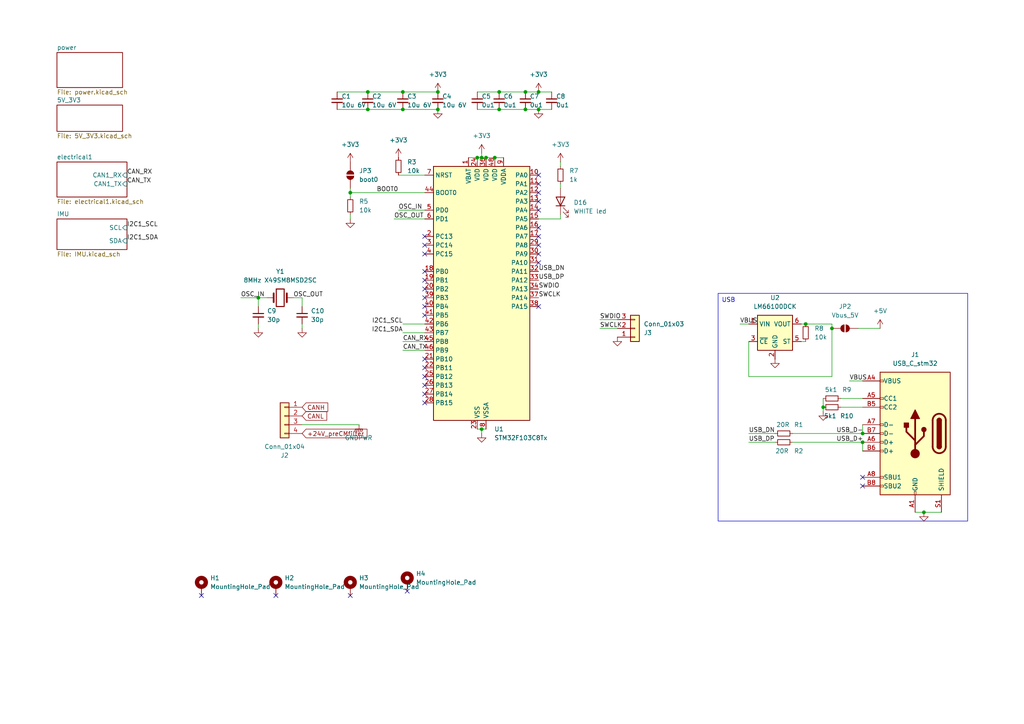
<source format=kicad_sch>
(kicad_sch (version 20231120) (generator "eeschema") (generator_version "8.0")
  (paper "A4")
  (title_block (title "EP6 IMU DIY") (date "2024-10-01") (rev "1.0") (company "NTURacing") (comment 1 "郭哲明") (comment 2 "Electrical group"))
  (lib_symbols
    (symbol "Connector:USB_C_Receptacle_USB2.0_16P" (pin_names (offset 1.016))
      (property "Reference" "J" (at 0 22.225 0))
      (property "Value" "USB_C_Receptacle_USB2.0_16P" (at 0 19.685 0))
      (symbol "USB_C_Receptacle_USB2.0_16P_0_0"
        (rectangle (start -0.254 -17.78) (end 0.254 -16.764))
        (rectangle (start 10.16 -14.986) (end 9.144 -15.494))
        (rectangle (start 10.16 -12.446) (end 9.144 -12.954))
        (rectangle (start 10.16 -4.826) (end 9.144 -5.334))
        (rectangle (start 10.16 -2.286) (end 9.144 -2.794))
        (rectangle (start 10.16 0.254) (end 9.144 -0.254))
        (rectangle (start 10.16 2.794) (end 9.144 2.286))
        (rectangle (start 10.16 7.874) (end 9.144 7.366))
        (rectangle (start 10.16 10.414) (end 9.144 9.906))
        (rectangle (start 10.16 15.494) (end 9.144 14.986))
      )
      (symbol "USB_C_Receptacle_USB2.0_16P_0_1"
        (rectangle (start -10.16 17.78) (end 10.16 -17.78) (stroke (width 0.254)) (fill (type background)))
        (arc (start -8.89 -3.81) (mid -6.985 -5.7067) (end -5.08 -3.81) (stroke (width 0.508)))
        (arc (start -7.62 -3.81) (mid -6.985 -4.4423) (end -6.35 -3.81) (stroke (width 0.254)))
        (arc (start -7.62 -3.81) (mid -6.985 -4.4423) (end -6.35 -3.81) (stroke (width 0.254)) (fill (type outline)))
        (rectangle (start -7.62 -3.81) (end -6.35 3.81) (stroke (width 0.254)) (fill (type outline)))
        (arc (start -6.35 3.81) (mid -6.985 4.4423) (end -7.62 3.81) (stroke (width 0.254)))
        (arc (start -6.35 3.81) (mid -6.985 4.4423) (end -7.62 3.81) (stroke (width 0.254)) (fill (type outline)))
        (arc (start -5.08 3.81) (mid -6.985 5.7067) (end -8.89 3.81) (stroke (width 0.508)))
        (circle (center -2.54 1.143) (radius 0.635) (stroke (width 0.254)) (fill (type outline)))
        (circle (center 0 -5.842) (radius 1.27) (fill (type outline)))
        (polyline (pts (xy -8.89 -3.81) (xy -8.89 3.81)) (stroke (width 0.508)))
        (polyline (pts (xy -5.08 3.81) (xy -5.08 -3.81)) (stroke (width 0.508)))
        (polyline (pts (xy 0 -5.842) (xy 0 4.318)) (stroke (width 0.508)))
        (polyline (pts (xy 0 -3.302) (xy -2.54 -0.762) (xy -2.54 0.508)) (stroke (width 0.508)))
        (polyline (pts (xy 0 -2.032) (xy 2.54 0.508) (xy 2.54 1.778)) (stroke (width 0.508)))
        (polyline (pts (xy -1.27 4.318) (xy 0 6.858) (xy 1.27 4.318) (xy -1.27 4.318)) (stroke (width 0.254)) (fill (type outline)))
        (rectangle (start 1.905 1.778) (end 3.175 3.048) (stroke (width 0.254)) (fill (type outline)))
      )
      (symbol "USB_C_Receptacle_USB2.0_16P_1_1"
        (pin passive line (at 0 -22.86 90) (length 5.08) (name "GND") (number "A1"))
        (pin passive line (at 0 -22.86 90) (length 5.08) hide (name "GND") (number "A12"))
        (pin passive line (at 15.24 15.24 180) (length 5.08) (name "VBUS") (number "A4"))
        (pin bidirectional line (at 15.24 10.16 180) (length 5.08) (name "CC1") (number "A5"))
        (pin bidirectional line (at 15.24 -2.54 180) (length 5.08) (name "D+") (number "A6"))
        (pin bidirectional line (at 15.24 2.54 180) (length 5.08) (name "D-") (number "A7"))
        (pin bidirectional line (at 15.24 -12.7 180) (length 5.08) (name "SBU1") (number "A8"))
        (pin passive line (at 15.24 15.24 180) (length 5.08) hide (name "VBUS") (number "A9"))
        (pin passive line (at 0 -22.86 90) (length 5.08) hide (name "GND") (number "B1"))
        (pin passive line (at 0 -22.86 90) (length 5.08) hide (name "GND") (number "B12"))
        (pin passive line (at 15.24 15.24 180) (length 5.08) hide (name "VBUS") (number "B4"))
        (pin bidirectional line (at 15.24 7.62 180) (length 5.08) (name "CC2") (number "B5"))
        (pin bidirectional line (at 15.24 -5.08 180) (length 5.08) (name "D+") (number "B6"))
        (pin bidirectional line (at 15.24 0 180) (length 5.08) (name "D-") (number "B7"))
        (pin bidirectional line (at 15.24 -15.24 180) (length 5.08) (name "SBU2") (number "B8"))
        (pin passive line (at 15.24 15.24 180) (length 5.08) hide (name "VBUS") (number "B9"))
        (pin passive line (at -7.62 -22.86 90) (length 5.08) (name "SHIELD") (number "S1"))
      )
    )
    (symbol "Connector_Generic:Conn_01x03" (pin_names (offset 1.016) hide)
      (property "Reference" "J" (at 0 5.08 0))
      (property "Value" "Conn_01x03" (at 0 -5.08 0))
      (symbol "Conn_01x03_1_1"
        (rectangle (start -1.27 -2.413) (end 0 -2.667) (stroke (width 0.1524)))
        (rectangle (start -1.27 0.127) (end 0 -0.127) (stroke (width 0.1524)))
        (rectangle (start -1.27 2.667) (end 0 2.413) (stroke (width 0.1524)))
        (rectangle (start -1.27 3.81) (end 1.27 -3.81) (stroke (width 0.254)) (fill (type background)))
        (pin passive line (at -5.08 2.54 0) (length 3.81) (name "Pin_1") (number "1"))
        (pin passive line (at -5.08 0 0) (length 3.81) (name "Pin_2") (number "2"))
        (pin passive line (at -5.08 -2.54 0) (length 3.81) (name "Pin_3") (number "3"))
      )
    )
    (symbol "Connector_Generic:Conn_01x04" (pin_names (offset 1.016) hide)
      (property "Reference" "J" (at 0 5.08 0))
      (property "Value" "Conn_01x04" (at 0 -7.62 0))
      (symbol "Conn_01x04_1_1"
        (rectangle (start -1.27 -4.953) (end 0 -5.207) (stroke (width 0.1524)))
        (rectangle (start -1.27 -2.413) (end 0 -2.667) (stroke (width 0.1524)))
        (rectangle (start -1.27 0.127) (end 0 -0.127) (stroke (width 0.1524)))
        (rectangle (start -1.27 2.667) (end 0 2.413) (stroke (width 0.1524)))
        (rectangle (start -1.27 3.81) (end 1.27 -6.35) (stroke (width 0.254)) (fill (type background)))
        (pin passive line (at -5.08 2.54 0) (length 3.81) (name "Pin_1") (number "1"))
        (pin passive line (at -5.08 0 0) (length 3.81) (name "Pin_2") (number "2"))
        (pin passive line (at -5.08 -2.54 0) (length 3.81) (name "Pin_3") (number "3"))
        (pin passive line (at -5.08 -5.08 0) (length 3.81) (name "Pin_4") (number "4"))
      )
    )
    (symbol "Device:C_Small" (pin_numbers hide) (pin_names (offset 0.254) hide)
      (property "Reference" "C" (at 0.254 1.778 0))
      (property "Value" "C_Small" (at 0.254 -2.032 0))
      (symbol "C_Small_0_1"
        (polyline (pts (xy -1.524 -0.508) (xy 1.524 -0.508)) (stroke (width 0.3302)))
        (polyline (pts (xy -1.524 0.508) (xy 1.524 0.508)) (stroke (width 0.3048)))
      )
      (symbol "C_Small_1_1"
        (pin passive line (at 0 2.54 270) (length 2.032) (name "~") (number "1"))
        (pin passive line (at 0 -2.54 90) (length 2.032) (name "~") (number "2"))
      )
    )
    (symbol "Device:Crystal" (pin_numbers hide) (pin_names (offset 1.016) hide)
      (property "Reference" "Y" (at 0 3.81 0))
      (property "Value" "Crystal" (at 0 -3.81 0))
      (symbol "Crystal_0_1"
        (rectangle (start -1.143 2.54) (end 1.143 -2.54) (stroke (width 0.3048)))
        (polyline (pts (xy -2.54 0) (xy -1.905 0)))
        (polyline (pts (xy -1.905 -1.27) (xy -1.905 1.27)) (stroke (width 0.508)))
        (polyline (pts (xy 1.905 -1.27) (xy 1.905 1.27)) (stroke (width 0.508)))
        (polyline (pts (xy 2.54 0) (xy 1.905 0)))
      )
      (symbol "Crystal_1_1"
        (pin passive line (at -3.81 0 0) (length 1.27) (name "1") (number "1"))
        (pin passive line (at 3.81 0 180) (length 1.27) (name "2") (number "2"))
      )
    )
    (symbol "Device:LED" (pin_numbers hide) (pin_names (offset 1.016) hide)
      (property "Reference" "D" (at 0 2.54 0))
      (property "Value" "LED" (at 0 -2.54 0))
      (symbol "LED_0_1"
        (polyline (pts (xy -1.27 -1.27) (xy -1.27 1.27)) (stroke (width 0.254)))
        (polyline (pts (xy -1.27 0) (xy 1.27 0)))
        (polyline (pts (xy 1.27 -1.27) (xy 1.27 1.27) (xy -1.27 0) (xy 1.27 -1.27)) (stroke (width 0.254)))
        (polyline (pts (xy -3.048 -0.762) (xy -4.572 -2.286) (xy -3.81 -2.286) (xy -4.572 -2.286) (xy -4.572 -1.524)))
        (polyline (pts (xy -1.778 -0.762) (xy -3.302 -2.286) (xy -2.54 -2.286) (xy -3.302 -2.286) (xy -3.302 -1.524)))
      )
      (symbol "LED_1_1"
        (pin passive line (at -3.81 0 0) (length 2.54) (name "K") (number "1"))
        (pin passive line (at 3.81 0 180) (length 2.54) (name "A") (number "2"))
      )
    )
    (symbol "Device:R_Small" (pin_numbers hide) (pin_names (offset 0.254) hide)
      (property "Reference" "R" (at 0.762 0.508 0))
      (property "Value" "R_Small" (at 0.762 -1.016 0))
      (symbol "R_Small_0_1"
        (rectangle (start -0.762 1.778) (end 0.762 -1.778) (stroke (width 0.2032)))
      )
      (symbol "R_Small_1_1"
        (pin passive line (at 0 2.54 270) (length 0.762) (name "~") (number "1"))
        (pin passive line (at 0 -2.54 90) (length 0.762) (name "~") (number "2"))
      )
    )
    (symbol "Jumper:SolderJumper_2_Open" (pin_numbers hide) (pin_names (offset 0) hide) (exclude_from_sim yes) (in_bom no)
      (property "Reference" "JP" (at 0 2.032 0))
      (property "Value" "SolderJumper_2_Open" (at 0 -2.54 0))
      (symbol "SolderJumper_2_Open_0_1"
        (arc (start -0.254 1.016) (mid -1.2656 0) (end -0.254 -1.016))
        (arc (start -0.254 1.016) (mid -1.2656 0) (end -0.254 -1.016) (fill (type outline)))
        (polyline (pts (xy -0.254 1.016) (xy -0.254 -1.016)))
        (polyline (pts (xy 0.254 1.016) (xy 0.254 -1.016)))
        (arc (start 0.254 -1.016) (mid 1.2656 0) (end 0.254 1.016))
        (arc (start 0.254 -1.016) (mid 1.2656 0) (end 0.254 1.016) (fill (type outline)))
      )
      (symbol "SolderJumper_2_Open_1_1"
        (pin passive line (at -3.81 0 0) (length 2.54) (name "A") (number "1"))
        (pin passive line (at 3.81 0 180) (length 2.54) (name "B") (number "2"))
      )
    )
    (symbol "MCU_ST_STM32F1:STM32F103C8Tx"
      (property "Reference" "U" (at -12.7 39.37 0))
      (property "Value" "STM32F103C8Tx" (at 10.16 39.37 0))
      (symbol "STM32F103C8Tx_0_1"
        (rectangle (start -12.7 -35.56) (end 15.24 38.1) (stroke (width 0.254)) (fill (type background)))
      )
      (symbol "STM32F103C8Tx_1_1"
        (pin power_in line (at -2.54 40.64 270) (length 2.54) (name "VBAT") (number "1"))
        (pin bidirectional line (at 17.78 35.56 180) (length 2.54) (name "PA0") (number "10"))
        (pin bidirectional line (at 17.78 33.02 180) (length 2.54) (name "PA1") (number "11"))
        (pin bidirectional line (at 17.78 30.48 180) (length 2.54) (name "PA2") (number "12"))
        (pin bidirectional line (at 17.78 27.94 180) (length 2.54) (name "PA3") (number "13"))
        (pin bidirectional line (at 17.78 25.4 180) (length 2.54) (name "PA4") (number "14"))
        (pin bidirectional line (at 17.78 22.86 180) (length 2.54) (name "PA5") (number "15"))
        (pin bidirectional line (at 17.78 20.32 180) (length 2.54) (name "PA6") (number "16"))
        (pin bidirectional line (at 17.78 17.78 180) (length 2.54) (name "PA7") (number "17"))
        (pin bidirectional line (at -15.24 7.62 0) (length 2.54) (name "PB0") (number "18"))
        (pin bidirectional line (at -15.24 5.08 0) (length 2.54) (name "PB1") (number "19"))
        (pin bidirectional line (at -15.24 17.78 0) (length 2.54) (name "PC13") (number "2"))
        (pin bidirectional line (at -15.24 2.54 0) (length 2.54) (name "PB2") (number "20"))
        (pin bidirectional line (at -15.24 -17.78 0) (length 2.54) (name "PB10") (number "21"))
        (pin bidirectional line (at -15.24 -20.32 0) (length 2.54) (name "PB11") (number "22"))
        (pin power_in line (at 0 -38.1 90) (length 2.54) (name "VSS") (number "23"))
        (pin power_in line (at 0 40.64 270) (length 2.54) (name "VDD") (number "24"))
        (pin bidirectional line (at -15.24 -22.86 0) (length 2.54) (name "PB12") (number "25"))
        (pin bidirectional line (at -15.24 -25.4 0) (length 2.54) (name "PB13") (number "26"))
        (pin bidirectional line (at -15.24 -27.94 0) (length 2.54) (name "PB14") (number "27"))
        (pin bidirectional line (at -15.24 -30.48 0) (length 2.54) (name "PB15") (number "28"))
        (pin bidirectional line (at 17.78 15.24 180) (length 2.54) (name "PA8") (number "29"))
        (pin bidirectional line (at -15.24 15.24 0) (length 2.54) (name "PC14") (number "3"))
        (pin bidirectional line (at 17.78 12.7 180) (length 2.54) (name "PA9") (number "30"))
        (pin bidirectional line (at 17.78 10.16 180) (length 2.54) (name "PA10") (number "31"))
        (pin bidirectional line (at 17.78 7.62 180) (length 2.54) (name "PA11") (number "32"))
        (pin bidirectional line (at 17.78 5.08 180) (length 2.54) (name "PA12") (number "33"))
        (pin bidirectional line (at 17.78 2.54 180) (length 2.54) (name "PA13") (number "34"))
        (pin passive line (at 0 -38.1 90) (length 2.54) hide (name "VSS") (number "35"))
        (pin power_in line (at 2.54 40.64 270) (length 2.54) (name "VDD") (number "36"))
        (pin bidirectional line (at 17.78 0 180) (length 2.54) (name "PA14") (number "37"))
        (pin bidirectional line (at 17.78 -2.54 180) (length 2.54) (name "PA15") (number "38"))
        (pin bidirectional line (at -15.24 0 0) (length 2.54) (name "PB3") (number "39"))
        (pin bidirectional line (at -15.24 12.7 0) (length 2.54) (name "PC15") (number "4"))
        (pin bidirectional line (at -15.24 -2.54 0) (length 2.54) (name "PB4") (number "40"))
        (pin bidirectional line (at -15.24 -5.08 0) (length 2.54) (name "PB5") (number "41"))
        (pin bidirectional line (at -15.24 -7.62 0) (length 2.54) (name "PB6") (number "42"))
        (pin bidirectional line (at -15.24 -10.16 0) (length 2.54) (name "PB7") (number "43"))
        (pin input line (at -15.24 30.48 0) (length 2.54) (name "BOOT0") (number "44"))
        (pin bidirectional line (at -15.24 -12.7 0) (length 2.54) (name "PB8") (number "45"))
        (pin bidirectional line (at -15.24 -15.24 0) (length 2.54) (name "PB9") (number "46"))
        (pin passive line (at 0 -38.1 90) (length 2.54) hide (name "VSS") (number "47"))
        (pin power_in line (at 5.08 40.64 270) (length 2.54) (name "VDD") (number "48"))
        (pin bidirectional line (at -15.24 25.4 0) (length 2.54) (name "PD0") (number "5"))
        (pin bidirectional line (at -15.24 22.86 0) (length 2.54) (name "PD1") (number "6"))
        (pin input line (at -15.24 35.56 0) (length 2.54) (name "NRST") (number "7"))
        (pin power_in line (at 2.54 -38.1 90) (length 2.54) (name "VSSA") (number "8"))
        (pin power_in line (at 7.62 40.64 270) (length 2.54) (name "VDDA") (number "9"))
      )
    )
    (symbol "Mechanical:MountingHole_Pad" (pin_numbers hide) (pin_names (offset 1.016) hide) (exclude_from_sim yes) (in_bom no)
      (property "Reference" "H" (at 0 6.35 0))
      (property "Value" "MountingHole_Pad" (at 0 4.445 0))
      (symbol "MountingHole_Pad_0_1"
        (circle (center 0 1.27) (radius 1.27) (stroke (width 1.27)))
      )
      (symbol "MountingHole_Pad_1_1"
        (pin input line (at 0 -2.54 90) (length 2.54) (name "1") (number "1"))
      )
    )
    (symbol "Power_Management:LM66100DCK"
      (property "Reference" "U" (at -5.08 6.096 0))
      (property "Value" "LM66100DCK" (at 0.254 -6.35 0))
      (symbol "LM66100DCK_0_1"
        (rectangle (start -5.08 5.08) (end 5.08 -5.08) (stroke (width 0.254)) (fill (type background)))
      )
      (symbol "LM66100DCK_1_1"
        (pin power_in line (at -7.62 2.54 0) (length 2.54) (name "VIN") (number "1"))
        (pin power_in line (at 0 -7.62 90) (length 2.54) (name "GND") (number "2"))
        (pin input line (at -7.62 -2.54 0) (length 2.54) (name "~{CE}") (number "3"))
        (pin no_connect line (at 0 5.08 270) (length 2.54) hide (name "NC") (number "4"))
        (pin open_collector line (at 7.62 -2.54 180) (length 2.54) (name "ST") (number "5"))
        (pin power_out line (at 7.62 2.54 180) (length 2.54) (name "VOUT") (number "6"))
      )
    )
    (symbol "power:+3V3" (power) (pin_numbers hide) (pin_names (offset 0) hide)
      (property "Value" "+3V3" (at 0 3.556 0))
      (symbol "+3V3_0_1"
        (polyline (pts (xy -0.762 1.27) (xy 0 2.54)))
        (polyline (pts (xy 0 0) (xy 0 2.54)))
        (polyline (pts (xy 0 2.54) (xy 0.762 1.27)))
      )
      (symbol "+3V3_1_1"
        (pin power_in line (at 0 0 90) (length 0) (name "~") (number "1"))
      )
    )
    (symbol "power:+5V" (power) (pin_numbers hide) (pin_names (offset 0) hide)
      (property "Value" "+5V" (at 0 3.556 0))
      (symbol "+5V_0_1"
        (polyline (pts (xy -0.762 1.27) (xy 0 2.54)))
        (polyline (pts (xy 0 0) (xy 0 2.54)))
        (polyline (pts (xy 0 2.54) (xy 0.762 1.27)))
      )
      (symbol "+5V_1_1"
        (pin power_in line (at 0 0 90) (length 0) (name "~") (number "1"))
      )
    )
    (symbol "power:GND" (power) (pin_numbers hide) (pin_names (offset 0) hide)
      (property "Value" "GND" (at 0 -3.81 0))
      (symbol "GND_0_1"
        (polyline (pts (xy 0 0) (xy 0 -1.27) (xy 1.27 -1.27) (xy 0 -2.54) (xy -1.27 -1.27) (xy 0 -1.27)))
      )
      (symbol "GND_1_1"
        (pin power_in line (at 0 0 270) (length 0) (name "~") (number "1"))
      )
    )
    (symbol "power:GNDPWR" (power) (pin_numbers hide) (pin_names (offset 0) hide)
      (property "Value" "GNDPWR" (at 0 -3.302 0))
      (symbol "GNDPWR_0_1"
        (polyline (pts (xy 0 -1.27) (xy 0 0)))
        (polyline (pts (xy -1.016 -1.27) (xy -1.27 -2.032) (xy -1.27 -2.032)) (stroke (width 0.2032)))
        (polyline (pts (xy -0.508 -1.27) (xy -0.762 -2.032) (xy -0.762 -2.032)) (stroke (width 0.2032)))
        (polyline (pts (xy 0 -1.27) (xy -0.254 -2.032) (xy -0.254 -2.032)) (stroke (width 0.2032)))
        (polyline (pts (xy 0.508 -1.27) (xy 0.254 -2.032) (xy 0.254 -2.032)) (stroke (width 0.2032)))
        (polyline (pts (xy 1.016 -1.27) (xy -1.016 -1.27) (xy -1.016 -1.27)) (stroke (width 0.2032)))
        (polyline (pts (xy 1.016 -1.27) (xy 0.762 -2.032) (xy 0.762 -2.032) (xy 0.762 -2.032)) (stroke (width 0.2032)))
      )
      (symbol "GNDPWR_1_1"
        (pin power_in line (at 0 0 270) (length 0) (name "~") (number "1"))
      )
    )
  )
  (junction (at 250.19 128.27))
  (junction (at 241.3 95.25))
  (junction (at 250.19 125.73))
  (junction (at 101.6 55.88))
  (junction (at 138.43 45.72))
  (junction (at 156.21 26.67))
  (junction (at 116.84 31.75))
  (junction (at 156.21 31.75))
  (junction (at 144.78 26.67))
  (junction (at 74.93 86.36))
  (junction (at 127 31.75))
  (junction (at 233.68 93.98))
  (junction (at 127 26.67))
  (junction (at 143.51 45.72))
  (junction (at 140.97 45.72))
  (junction (at 144.78 31.75))
  (junction (at 106.68 26.67))
  (junction (at 238.76 118.11))
  (junction (at 106.68 31.75))
  (junction (at 139.7 124.46))
  (junction (at 152.4 31.75))
  (junction (at 267.97 148.59))
  (junction (at 139.7 45.72))
  (junction (at 152.4 26.67))
  (junction (at 116.84 26.67))
  (no_connect (at 123.19 104.14))
  (no_connect (at 123.19 81.28))
  (no_connect (at 80.01 172.72))
  (no_connect (at 123.19 91.44))
  (no_connect (at 123.19 88.9))
  (no_connect (at 156.21 73.66))
  (no_connect (at 123.19 78.74))
  (no_connect (at 156.21 88.9))
  (no_connect (at 123.19 116.84))
  (no_connect (at 58.42 172.72))
  (no_connect (at 118.11 171.45))
  (no_connect (at 123.19 106.68))
  (no_connect (at 123.19 114.3))
  (no_connect (at 101.6 172.72))
  (no_connect (at 250.19 138.43))
  (no_connect (at 156.21 55.88))
  (no_connect (at 156.21 66.04))
  (no_connect (at 250.19 140.97))
  (no_connect (at 156.21 76.2))
  (no_connect (at 156.21 50.8))
  (no_connect (at 156.21 58.42))
  (no_connect (at 123.19 73.66))
  (no_connect (at 156.21 60.96))
  (no_connect (at 156.21 68.58))
  (no_connect (at 123.19 109.22))
  (no_connect (at 123.19 83.82))
  (no_connect (at 123.19 86.36))
  (no_connect (at 156.21 71.12))
  (no_connect (at 123.19 71.12))
  (no_connect (at 156.21 53.34))
  (no_connect (at 123.19 111.76))
  (no_connect (at 123.19 68.58))
  (wire (pts (xy 101.6 54.61) (xy 101.6 55.88)))
  (wire (pts (xy 115.57 50.8) (xy 123.19 50.8)))
  (wire (pts (xy 156.21 26.67) (xy 160.02 26.67)))
  (wire (pts (xy 217.17 99.06) (xy 217.17 109.22)))
  (wire (pts (xy 139.7 124.46) (xy 139.7 125.73)))
  (wire (pts (xy 116.84 31.75) (xy 127 31.75)))
  (wire (pts (xy 140.97 45.72) (xy 143.51 45.72)))
  (wire (pts (xy 87.63 88.9) (xy 87.63 86.36)))
  (wire (pts (xy 267.97 148.59) (xy 265.43 148.59)))
  (wire (pts (xy 139.7 44.45) (xy 139.7 45.72)))
  (wire (pts (xy 214.63 93.98) (xy 217.17 93.98)))
  (wire (pts (xy 143.51 45.72) (xy 146.05 45.72)))
  (wire (pts (xy 250.19 123.19) (xy 250.19 125.73)))
  (wire (pts (xy 106.68 31.75) (xy 116.84 31.75)))
  (wire (pts (xy 138.43 31.75) (xy 144.78 31.75)))
  (wire (pts (xy 85.09 86.36) (xy 87.63 86.36)))
  (wire (pts (xy 156.21 31.75) (xy 160.02 31.75)))
  (wire (pts (xy 267.97 148.59) (xy 273.05 148.59)))
  (wire (pts (xy 69.85 86.36) (xy 74.93 86.36)))
  (wire (pts (xy 116.84 101.6) (xy 123.19 101.6)))
  (wire (pts (xy 152.4 31.75) (xy 156.21 31.75)))
  (wire (pts (xy 116.84 99.06) (xy 123.19 99.06)))
  (wire (pts (xy 173.99 95.25) (xy 179.07 95.25)))
  (wire (pts (xy 115.57 60.96) (xy 123.19 60.96)))
  (wire (pts (xy 229.87 128.27) (xy 250.19 128.27)))
  (wire (pts (xy 156.21 63.5) (xy 162.56 63.5)))
  (wire (pts (xy 138.43 45.72) (xy 135.89 45.72)))
  (wire (pts (xy 217.17 109.22) (xy 241.3 109.22)))
  (wire (pts (xy 233.68 93.98) (xy 241.3 93.98)))
  (wire (pts (xy 144.78 31.75) (xy 152.4 31.75)))
  (wire (pts (xy 241.3 93.98) (xy 241.3 95.25)))
  (wire (pts (xy 217.17 128.27) (xy 224.79 128.27)))
  (wire (pts (xy 106.68 26.67) (xy 116.84 26.67)))
  (wire (pts (xy 246.38 110.49) (xy 250.19 110.49)))
  (wire (pts (xy 97.79 26.67) (xy 106.68 26.67)))
  (wire (pts (xy 74.93 93.98) (xy 74.93 95.25)))
  (wire (pts (xy 232.41 99.06) (xy 233.68 99.06)))
  (wire (pts (xy 250.19 128.27) (xy 250.19 130.81)))
  (wire (pts (xy 139.7 124.46) (xy 138.43 124.46)))
  (wire (pts (xy 104.14 123.19) (xy 87.63 123.19)))
  (wire (pts (xy 114.3 63.5) (xy 123.19 63.5)))
  (wire (pts (xy 138.43 26.67) (xy 144.78 26.67)))
  (wire (pts (xy 116.84 26.67) (xy 127 26.67)))
  (wire (pts (xy 243.84 118.11) (xy 250.19 118.11)))
  (wire (pts (xy 162.56 53.34) (xy 162.56 54.61)))
  (wire (pts (xy 144.78 26.67) (xy 152.4 26.67)))
  (wire (pts (xy 255.27 95.25) (xy 248.92 95.25)))
  (wire (pts (xy 241.3 95.25) (xy 241.3 109.22)))
  (wire (pts (xy 74.93 86.36) (xy 74.93 88.9)))
  (wire (pts (xy 152.4 26.67) (xy 156.21 26.67)))
  (wire (pts (xy 217.17 125.73) (xy 224.79 125.73)))
  (wire (pts (xy 229.87 125.73) (xy 250.19 125.73)))
  (wire (pts (xy 238.76 115.57) (xy 238.76 118.11)))
  (wire (pts (xy 139.7 45.72) (xy 140.97 45.72)))
  (wire (pts (xy 139.7 124.46) (xy 140.97 124.46)))
  (wire (pts (xy 101.6 63.5) (xy 101.6 62.23)))
  (wire (pts (xy 243.84 115.57) (xy 250.19 115.57)))
  (wire (pts (xy 238.76 118.11) (xy 238.76 119.38)))
  (wire (pts (xy 232.41 93.98) (xy 233.68 93.98)))
  (wire (pts (xy 162.56 48.26) (xy 162.56 46.99)))
  (wire (pts (xy 101.6 55.88) (xy 123.19 55.88)))
  (wire (pts (xy 162.56 63.5) (xy 162.56 62.23)))
  (wire (pts (xy 97.79 31.75) (xy 106.68 31.75)))
  (wire (pts (xy 139.7 45.72) (xy 138.43 45.72)))
  (wire (pts (xy 173.99 92.71) (xy 179.07 92.71)))
  (wire (pts (xy 116.84 96.52) (xy 123.19 96.52)))
  (wire (pts (xy 101.6 57.15) (xy 101.6 55.88)))
  (wire (pts (xy 87.63 93.98) (xy 87.63 95.25)))
  (wire (pts (xy 116.84 93.98) (xy 123.19 93.98)))
  (wire (pts (xy 74.93 86.36) (xy 77.47 86.36)))
  (rectangle (start 208.28 85.09) (end 280.67 151.13))
  (text "USB" (at 209.296 87.884 0) (effects (font (size 1.27 1.27)) (justify left bottom)))
  (text "CAT (M12) &&&###\npedal:\ncurrent*2\nmicro*1\nsteering: \ncurrent*1\n\nM8 4P &&&###\noilp 2p * 2\n\nUSB2*2 &&&###\nsuspension plan A\ncurrent*2 * 2\n\nUSB2\nsuspension plan b\nUART(RPI) + power\n\nUSB2 &&&###\nCAN1 + 24V pwr\n\n2p\nbrakelight\n\nUSB2 &&&###\nIMU\nCAN2 + 24V pwr\n\n12p dashboard buttons\ndashboard buttons \n5buttons\n1led\n\n===========\n\n18p (IDC)\ndashboard display:\nspi for LCD 5p\nspi for 7 seg 4p \npwr 2p" (at -24.892 158.242 0) (effects (font (size 1.27 1.27)) (justify left)))
  (label "SWDIO" (at 173.99 92.71 0))
  (label "USB_DP" (at 156.21 81.28 0))
  (label "USB_D+" (at 242.57 128.27 0))
  (label "USB_D-" (at 242.57 125.73 0))
  (label "OSC_IN" (at 115.57 60.96 0))
  (label "USB_DP" (at 217.17 128.27 0))
  (label "OSC_IN" (at 69.85 86.36 0))
  (label "CAN_TX" (at 36.83 53.34 0))
  (label "USB_DN" (at 217.17 125.73 0))
  (label "CAN_RX" (at 36.83 50.8 0))
  (label "I2C1_SCL" (at 116.84 93.98 180))
  (label "SWCLK" (at 173.99 95.25 0))
  (label "I2C1_SDA" (at 116.84 96.52 180))
  (label "VBUS" (at 246.38 110.49 0))
  (label "VBUS" (at 214.63 93.98 0))
  (label "I2C1_SDA" (at 36.83 69.85 0))
  (label "OSC_OUT" (at 114.3 63.5 0))
  (label "OSC_OUT" (at 85.09 86.36 0))
  (label "SWDIO" (at 156.21 83.82 0))
  (label "BOOT0" (at 109.22 55.88 0))
  (label "SWCLK" (at 156.21 86.36 0))
  (label "CAN_RX" (at 116.84 99.06 0))
  (label "I2C1_SCL" (at 36.83 66.04 0))
  (label "USB_DN" (at 156.21 78.74 0))
  (label "CAN_TX" (at 116.84 101.6 0))
  (global_label "CANH" (shape input) (at 87.63 118.11 0) (property "Intersheetrefs" "${INTERSHEET_REFS}" (effects (hide yes))))
  (global_label "+24V_preCMfilter" (shape input) (at 87.63 125.73 0) (property "Intersheetrefs" "${INTERSHEET_REFS}" (effects (hide yes))))
  (global_label "CANL" (shape input) (at 87.63 120.65 0) (property "Intersheetrefs" "${INTERSHEET_REFS}" (effects (hide yes))))
  (symbol (lib_id "Device:C_Small") (at 144.78 29.21 0) (unit 1)
    (property "Reference" "C6" (at 146.05 27.94 0) (effects (justify left)))
    (property "Value" "0u1" (at 146.05 30.48 0) (effects (justify left)))
    (property "Footprint" "Capacitor_SMD:C_0402_1005Metric" (effects (hide yes)))
    (property "Description" "Unpolarized capacitor, small symbol" (effects (hide yes)))
  )
  (symbol (lib_id "power:GND") (at 101.6 63.5 0) (unit 1)
    (property "Reference" "#PWR013" (effects (hide yes)))
    (property "Value" "GND" (effects (hide yes)))
    (property "Description" "Power symbol creates a global label with name \"GND\" , ground" (effects (hide yes)))
  )
  (symbol (lib_id "Mechanical:MountingHole_Pad") (at 118.11 168.91 0) (unit 1) (exclude_from_sim yes) (in_bom no)
    (property "Reference" "H4" (at 120.65 166.3699 0) (effects (justify left)))
    (property "Value" "MountingHole_Pad" (at 120.65 168.9099 0) (effects (justify left)))
    (property "Footprint" "MountingHole:MountingHole_3.2mm_M3_Pad_TopBottom" (effects (hide yes)))
    (property "Description" "Mounting Hole with connection" (effects (hide yes)))
  )
  (symbol (lib_id "Connector_Generic:Conn_01x04") (at 82.55 120.65 0) (mirror y) (unit 1)
    (property "Reference" "J2" (at 82.55 132.08 0))
    (property "Value" "Conn_01x04" (at 82.55 129.54 0))
    (property "Footprint" "Connector_JST:JST_XH_S4B-XH-A_1x04_P2.50mm_Horizontal" (effects (hide yes)))
    (property "Description" "Generic connector, single row, 01x04, script generated (kicad-library-utils/schlib/autogen/connector/)" (effects (hide yes)))
  )
  (symbol (lib_id "Connector_Generic:Conn_01x03") (at 184.15 95.25 0) (mirror x) (unit 1)
    (property "Reference" "J3" (at 186.69 96.5201 0) (effects (justify left)))
    (property "Value" "Conn_01x03" (at 186.69 93.9801 0) (effects (justify left)))
    (property "Footprint" "Connector_PinHeader_2.54mm:PinHeader_1x03_P2.54mm_Vertical" (effects (hide yes)))
    (property "Description" "Generic connector, single row, 01x03, script generated (kicad-library-utils/schlib/autogen/connector/)" (effects (hide yes)))
  )
  (symbol (lib_id "Device:C_Small") (at 127 29.21 0) (unit 1)
    (property "Reference" "C4" (at 128.27 27.94 0) (effects (justify left)))
    (property "Value" "10u 6V" (at 128.27 30.48 0) (effects (justify left)))
    (property "Footprint" "Capacitor_SMD:C_0402_1005Metric" (effects (hide yes)))
    (property "Description" "Unpolarized capacitor, small symbol" (effects (hide yes)))
  )
  (symbol (lib_id "Mechanical:MountingHole_Pad") (at 101.6 170.18 0) (unit 1) (exclude_from_sim yes) (in_bom no)
    (property "Reference" "H3" (at 104.14 167.6399 0) (effects (justify left)))
    (property "Value" "MountingHole_Pad" (at 104.14 170.1799 0) (effects (justify left)))
    (property "Footprint" "MountingHole:MountingHole_3.2mm_M3_Pad_TopBottom" (effects (hide yes)))
    (property "Description" "Mounting Hole with connection" (effects (hide yes)))
  )
  (symbol (lib_id "power:GND") (at 179.07 97.79 0) (unit 1)
    (property "Reference" "#PWR031" (effects (hide yes)))
    (property "Value" "GND" (effects (hide yes)))
    (property "Description" "Power symbol creates a global label with name \"GND\" , ground" (effects (hide yes)))
  )
  (symbol (lib_id "power:GND") (at 238.76 119.38 0) (unit 1)
    (property "Reference" "#PWR015" (effects (hide yes)))
    (property "Value" "GND" (effects (hide yes)))
    (property "Description" "Power symbol creates a global label with name \"GND\" , ground" (effects (hide yes)))
  )
  (symbol (lib_id "Power_Management:LM66100DCK") (at 224.79 96.52 0) (unit 1)
    (property "Reference" "U2" (at 224.79 86.36 0))
    (property "Value" "LM66100DCK" (at 224.79 88.9 0))
    (property "Footprint" "Package_TO_SOT_SMD:SOT-363_SC-70-6" (effects (hide yes)))
    (property "Datasheet" "https://www.ti.com/lit/ds/symlink/lm66100.pdf" (effects (hide yes)))
    (property "Description" "Ideal Diode With Input Polarity Protection 1.5 - 5.5V  Input Voltage, 1.5A Output Current, Ron 141 mOhm, SC-70-6" (effects (hide yes)))
  )
  (symbol (lib_id "Device:R_Small") (at 162.56 50.8 0) (unit 1)
    (property "Reference" "R7" (at 165.1 49.53 0) (effects (justify left)))
    (property "Value" "1k" (at 165.1 52.07 0) (effects (justify left)))
    (property "Footprint" "Resistor_SMD:R_0402_1005Metric" (effects (hide yes)))
    (property "Description" "Resistor, small symbol" (effects (hide yes)))
  )
  (symbol (lib_id "power:GND") (at 127 31.75 0) (unit 1)
    (property "Reference" "#PWR03" (effects (hide yes)))
    (property "Value" "GND" (effects (hide yes)))
    (property "Description" "Power symbol creates a global label with name \"GND\" , ground" (effects (hide yes)))
  )
  (symbol (lib_id "Device:R_Small") (at 101.6 59.69 180) (unit 1)
    (property "Reference" "R5" (at 104.14 58.4199 0) (effects (justify right)))
    (property "Value" "10k" (at 104.14 60.9599 0) (effects (justify right)))
    (property "Footprint" "Resistor_SMD:R_0402_1005Metric" (effects (hide yes)))
    (property "Description" "Resistor, small symbol" (effects (hide yes)))
  )
  (symbol (lib_id "Device:LED") (at 162.56 58.42 90) (unit 1)
    (property "Reference" "D16" (at 166.37 58.7374 90) (effects (justify right)))
    (property "Value" "WHITE led" (at 166.37 61.2774 90) (effects (justify right)))
    (property "Footprint" "LED_SMD:LED_0603_1608Metric" (effects (hide yes)))
    (property "Description" "Light emitting diode" (effects (hide yes)))
  )
  (symbol (lib_id "Device:R_Small") (at 227.33 125.73 90) (unit 1)
    (property "Reference" "R1" (at 231.648 123.19 90))
    (property "Value" "20R" (at 227.076 123.19 90))
    (property "Footprint" "Resistor_SMD:R_0402_1005Metric" (effects (hide yes)))
    (property "Description" "Resistor, small symbol" (effects (hide yes)))
  )
  (symbol (lib_id "Device:R_Small") (at 241.3 118.11 90) (mirror x) (unit 1)
    (property "Reference" "R10" (at 245.618 120.65 90))
    (property "Value" "5k1" (at 240.792 120.65 90))
    (property "Footprint" "Resistor_SMD:R_0402_1005Metric" (effects (hide yes)))
    (property "Description" "Resistor, small symbol" (effects (hide yes)))
  )
  (symbol (lib_id "Device:C_Small") (at 138.43 29.21 0) (unit 1)
    (property "Reference" "C5" (at 139.7 27.94 0) (effects (justify left)))
    (property "Value" "0u1" (at 139.7 30.48 0) (effects (justify left)))
    (property "Footprint" "Capacitor_SMD:C_0402_1005Metric" (effects (hide yes)))
    (property "Description" "Unpolarized capacitor, small symbol" (effects (hide yes)))
  )
  (symbol (lib_id "power:GND") (at 156.21 31.75 0) (unit 1)
    (property "Reference" "#PWR04" (effects (hide yes)))
    (property "Value" "GND" (effects (hide yes)))
    (property "Description" "Power symbol creates a global label with name \"GND\" , ground" (effects (hide yes)))
  )
  (symbol (lib_id "Device:C_Small") (at 152.4 29.21 0) (unit 1)
    (property "Reference" "C7" (at 153.67 27.94 0) (effects (justify left)))
    (property "Value" "0u1" (at 153.67 30.48 0) (effects (justify left)))
    (property "Footprint" "Capacitor_SMD:C_0402_1005Metric" (effects (hide yes)))
    (property "Description" "Unpolarized capacitor, small symbol" (effects (hide yes)))
  )
  (symbol (lib_id "Device:R_Small") (at 241.3 115.57 90) (unit 1)
    (property "Reference" "R9" (at 245.618 113.03 90))
    (property "Value" "5k1" (at 241.046 113.03 90))
    (property "Footprint" "Resistor_SMD:R_0402_1005Metric" (effects (hide yes)))
    (property "Description" "Resistor, small symbol" (effects (hide yes)))
  )
  (symbol (lib_id "power:+3V3") (at 139.7 44.45 0) (unit 1)
    (property "Reference" "#PWR05" (effects (hide yes)))
    (property "Value" "+3V3" (at 139.7 39.37 0))
    (property "Description" "Power symbol creates a global label with name \"+3V3\"" (effects (hide yes)))
  )
  (symbol (lib_id "Connector:USB_C_Receptacle_USB2.0_16P") (at 265.43 125.73 0) (mirror y) (unit 1)
    (property "Reference" "J1" (at 265.43 102.87 0))
    (property "Value" "USB_C_stm32" (at 265.43 105.41 0))
    (property "Footprint" "Connector_USB:USB_C_Receptacle_GCT_USB4105-xx-A_16P_TopMnt_Horizontal" (effects (hide yes)))
    (property "Datasheet" "https://www.usb.org/sites/default/files/documents/usb_type-c.zip" (effects (hide yes)))
    (property "Description" "USB 2.0-only 16P Type-C Receptacle connector" (effects (hide yes)))
  )
  (symbol (lib_id "power:+3V3") (at 115.57 45.72 0) (unit 1)
    (property "Reference" "#PWR06" (effects (hide yes)))
    (property "Value" "+3V3" (at 115.57 40.64 0))
    (property "Description" "Power symbol creates a global label with name \"+3V3\"" (effects (hide yes)))
  )
  (symbol (lib_id "power:GNDPWR") (at 104.14 123.19 0) (unit 1)
    (property "Reference" "#PWR030" (effects (hide yes)))
    (property "Value" "GNDPWR" (at 104.013 127 0))
    (property "Description" "Power symbol creates a global label with name \"GNDPWR\" , global ground" (effects (hide yes)))
  )
  (symbol (lib_id "power:+3V3") (at 162.56 46.99 0) (unit 1)
    (property "Reference" "#PWR09" (effects (hide yes)))
    (property "Value" "+3V3" (at 162.56 41.91 0))
    (property "Description" "Power symbol creates a global label with name \"+3V3\"" (effects (hide yes)))
  )
  (symbol (lib_id "power:+5V") (at 255.27 95.25 0) (unit 1)
    (property "Reference" "#PWR07" (effects (hide yes)))
    (property "Value" "+5V" (at 255.27 90.17 0))
    (property "Description" "Power symbol creates a global label with name \"+5V\"" (effects (hide yes)))
  )
  (symbol (lib_id "Device:R_Small") (at 115.57 48.26 180) (unit 1)
    (property "Reference" "R3" (at 118.11 46.99 0) (effects (justify right)))
    (property "Value" "10k" (at 118.11 49.53 0) (effects (justify right)))
    (property "Footprint" "Resistor_SMD:R_0402_1005Metric" (effects (hide yes)))
    (property "Description" "Resistor, small symbol" (effects (hide yes)))
  )
  (symbol (lib_id "power:GND") (at 224.79 104.14 0) (unit 1)
    (property "Reference" "#PWR014" (effects (hide yes)))
    (property "Value" "GND" (effects (hide yes)))
    (property "Description" "Power symbol creates a global label with name \"GND\" , ground" (effects (hide yes)))
  )
  (symbol (lib_id "power:GND") (at 267.97 148.59 0) (unit 1)
    (property "Reference" "#PWR018" (effects (hide yes)))
    (property "Value" "GND" (effects (hide yes)))
    (property "Description" "Power symbol creates a global label with name \"GND\" , ground" (effects (hide yes)))
  )
  (symbol (lib_id "power:GND") (at 74.93 95.25 0) (unit 1)
    (property "Reference" "#PWR010" (effects (hide yes)))
    (property "Value" "GND" (effects (hide yes)))
    (property "Description" "Power symbol creates a global label with name \"GND\" , ground" (effects (hide yes)))
  )
  (symbol (lib_id "power:+3V3") (at 156.21 26.67 0) (unit 1)
    (property "Reference" "#PWR02" (effects (hide yes)))
    (property "Value" "+3V3" (at 156.21 21.59 0))
    (property "Description" "Power symbol creates a global label with name \"+3V3\"" (effects (hide yes)))
  )
  (symbol (lib_id "Device:C_Small") (at 160.02 29.21 0) (unit 1)
    (property "Reference" "C8" (at 161.29 27.94 0) (effects (justify left)))
    (property "Value" "0u1" (at 161.29 30.48 0) (effects (justify left)))
    (property "Footprint" "Capacitor_SMD:C_0402_1005Metric" (effects (hide yes)))
    (property "Description" "Unpolarized capacitor, small symbol" (effects (hide yes)))
  )
  (symbol (lib_id "Device:C_Small") (at 106.68 29.21 0) (unit 1)
    (property "Reference" "C2" (at 107.95 27.94 0) (effects (justify left)))
    (property "Value" "10u 6V" (at 107.95 30.48 0) (effects (justify left)))
    (property "Footprint" "Capacitor_SMD:C_0402_1005Metric" (effects (hide yes)))
    (property "Description" "Unpolarized capacitor, small symbol" (effects (hide yes)))
  )
  (symbol (lib_id "Device:C_Small") (at 97.79 29.21 0) (unit 1)
    (property "Reference" "C1" (at 99.06 27.94 0) (effects (justify left)))
    (property "Value" "10u 6V" (at 99.06 30.48 0) (effects (justify left)))
    (property "Footprint" "Capacitor_SMD:C_0402_1005Metric" (effects (hide yes)))
    (property "Description" "Unpolarized capacitor, small symbol" (effects (hide yes)))
  )
  (symbol (lib_id "power:+3V3") (at 127 26.67 0) (unit 1)
    (property "Reference" "#PWR01" (effects (hide yes)))
    (property "Value" "+3V3" (at 127 21.59 0))
    (property "Description" "Power symbol creates a global label with name \"+3V3\"" (effects (hide yes)))
  )
  (symbol (lib_id "Device:Crystal") (at 81.28 86.36 0) (unit 1)
    (property "Reference" "Y1" (at 81.28 78.74 0))
    (property "Value" "8MHz X49SM8MSD2SC" (at 81.28 81.28 0))
    (property "Footprint" "Crystal:Crystal_SMD_5032-2Pin_5.0x3.2mm" (effects (hide yes)))
    (property "Description" "Two pin crystal" (effects (hide yes)))
  )
  (symbol (lib_id "Device:C_Small") (at 74.93 91.44 0) (unit 1)
    (property "Reference" "C9" (at 77.47 90.1762 0) (effects (justify left)))
    (property "Value" "30p" (at 77.47 92.7162 0) (effects (justify left)))
    (property "Footprint" "Capacitor_SMD:C_0402_1005Metric" (effects (hide yes)))
    (property "Description" "Unpolarized capacitor, small symbol" (effects (hide yes)))
  )
  (symbol (lib_id "Device:R_Small") (at 233.68 96.52 0) (unit 1)
    (property "Reference" "R8" (at 236.22 95.2499 0) (effects (justify left)))
    (property "Value" "10k" (at 236.22 97.7899 0) (effects (justify left)))
    (property "Footprint" "Resistor_SMD:R_0402_1005Metric" (effects (hide yes)))
    (property "Description" "Resistor, small symbol" (effects (hide yes)))
  )
  (symbol (lib_id "power:+3V3") (at 101.6 46.99 0) (unit 1)
    (property "Reference" "#PWR08" (effects (hide yes)))
    (property "Value" "+3V3" (at 101.6 41.91 0))
    (property "Description" "Power symbol creates a global label with name \"+3V3\"" (effects (hide yes)))
  )
  (symbol (lib_id "Device:R_Small") (at 227.33 128.27 90) (mirror x) (unit 1)
    (property "Reference" "R2" (at 231.648 130.81 90))
    (property "Value" "20R" (at 226.822 130.81 90))
    (property "Footprint" "Resistor_SMD:R_0402_1005Metric" (effects (hide yes)))
    (property "Description" "Resistor, small symbol" (effects (hide yes)))
  )
  (symbol (lib_id "Jumper:SolderJumper_2_Open") (at 245.11 95.25 0) (unit 1) (exclude_from_sim yes) (in_bom no)
    (property "Reference" "JP2" (at 245.11 88.9 0))
    (property "Value" "Vbus_5V" (at 245.11 91.44 0))
    (property "Footprint" "Jumper:SolderJumper-2_P1.3mm_Open_Pad1.0x1.5mm" (effects (hide yes)))
    (property "Description" "Solder Jumper, 2-pole, open" (effects (hide yes)))
  )
  (symbol (lib_id "Mechanical:MountingHole_Pad") (at 58.42 170.18 0) (unit 1) (exclude_from_sim yes) (in_bom no)
    (property "Reference" "H1" (at 60.96 167.6399 0) (effects (justify left)))
    (property "Value" "MountingHole_Pad" (at 60.96 170.1799 0) (effects (justify left)))
    (property "Footprint" "MountingHole:MountingHole_3.2mm_M3_Pad_TopBottom" (effects (hide yes)))
    (property "Description" "Mounting Hole with connection" (effects (hide yes)))
  )
  (symbol (lib_id "Jumper:SolderJumper_2_Open") (at 101.6 50.8 90) (unit 1) (exclude_from_sim yes) (in_bom no)
    (property "Reference" "JP3" (at 104.14 49.5299 90) (effects (justify right)))
    (property "Value" "boot0" (at 104.14 52.0699 90) (effects (justify right)))
    (property "Footprint" "Jumper:SolderJumper-2_P1.3mm_Open_RoundedPad1.0x1.5mm" (effects (hide yes)))
    (property "Description" "Solder Jumper, 2-pole, open" (effects (hide yes)))
  )
  (symbol (lib_id "MCU_ST_STM32F1:STM32F103C8Tx") (at 138.43 86.36 0) (unit 1)
    (property "Reference" "U1" (at 143.3529 124.46 0) (effects (justify left)))
    (property "Value" "STM32F103C8Tx" (at 143.3529 127 0) (effects (justify left)))
    (property "Footprint" "Package_QFP:LQFP-48_7x7mm_P0.5mm" (effects (hide yes)))
    (property "Datasheet" "https://www.st.com/resource/en/datasheet/stm32f103c8.pdf" (effects (hide yes)))
    (property "Description" "STMicroelectronics Arm Cortex-M3 MCU, 64KB flash, 20KB RAM, 72 MHz, 2.0-3.6V, 37 GPIO, LQFP48" (effects (hide yes)))
  )
  (symbol (lib_id "Device:C_Small") (at 116.84 29.21 0) (unit 1)
    (property "Reference" "C3" (at 118.11 27.94 0) (effects (justify left)))
    (property "Value" "10u 6V" (at 118.11 30.48 0) (effects (justify left)))
    (property "Footprint" "Capacitor_SMD:C_0402_1005Metric" (effects (hide yes)))
    (property "Description" "Unpolarized capacitor, small symbol" (effects (hide yes)))
  )
  (symbol (lib_id "Mechanical:MountingHole_Pad") (at 80.01 170.18 0) (unit 1) (exclude_from_sim yes) (in_bom no)
    (property "Reference" "H2" (at 82.55 167.6399 0) (effects (justify left)))
    (property "Value" "MountingHole_Pad" (at 82.55 170.1799 0) (effects (justify left)))
    (property "Footprint" "MountingHole:MountingHole_3.2mm_M3_Pad_TopBottom" (effects (hide yes)))
    (property "Description" "Mounting Hole with connection" (effects (hide yes)))
  )
  (symbol (lib_id "Device:C_Small") (at 87.63 91.44 0) (unit 1)
    (property "Reference" "C10" (at 90.17 90.1762 0) (effects (justify left)))
    (property "Value" "30p" (at 90.17 92.7162 0) (effects (justify left)))
    (property "Footprint" "Capacitor_SMD:C_0402_1005Metric" (effects (hide yes)))
    (property "Description" "Unpolarized capacitor, small symbol" (effects (hide yes)))
  )
  (symbol (lib_id "power:GND") (at 139.7 125.73 0) (unit 1)
    (property "Reference" "#PWR016" (effects (hide yes)))
    (property "Value" "GND" (effects (hide yes)))
    (property "Description" "Power symbol creates a global label with name \"GND\" , ground" (effects (hide yes)))
  )
  (symbol (lib_id "power:GND") (at 87.63 95.25 0) (unit 1)
    (property "Reference" "#PWR011" (effects (hide yes)))
    (property "Value" "GND" (effects (hide yes)))
    (property "Description" "Power symbol creates a global label with name \"GND\" , ground" (effects (hide yes)))
  )
  (sheet (at 16.51 63.5) (size 20.32 8.89) (stroke (width 0.1524))
    (property "Sheetname" "IMU" (at 16.51 62.7884 0) (effects (justify left bottom)))
    (property "Sheetfile" "IMU.kicad_sch" (at 16.51 72.9746 0) (effects (justify left top)))
    (pin "SDA" input (at 36.83 69.85 0))
    (pin "SCL" input (at 36.83 66.04 0))
  )
  (sheet (at 16.51 15.24) (size 19.05 10.16) (stroke (width 0.1524))
    (property "Sheetname" "power" (at 16.51 14.5284 0) (effects (justify left bottom)))
    (property "Sheetfile" "power.kicad_sch" (at 16.51 25.9846 0) (effects (justify left top)))
  )
  (sheet (at 16.51 30.48) (size 19.05 7.62) (stroke (width 0.1524))
    (property "Sheetname" "5V_3V3" (at 16.51 29.7684 0) (effects (justify left bottom)))
    (property "Sheetfile" "5V_3V3.kicad_sch" (at 16.51 38.6846 0) (effects (justify left top)))
  )
  (sheet (at 16.51 46.99) (size 20.32 10.16) (stroke (width 0.1524))
    (property "Sheetname" "electrical1" (at 16.51 46.2784 0) (effects (justify left bottom)))
    (property "Sheetfile" "electrical1.kicad_sch" (at 16.51 57.7346 0) (effects (justify left top)))
    (pin "CAN1_RX" input (at 36.83 50.8 0))
    (pin "CAN1_TX" input (at 36.83 53.34 0))
  )
)
</source>
